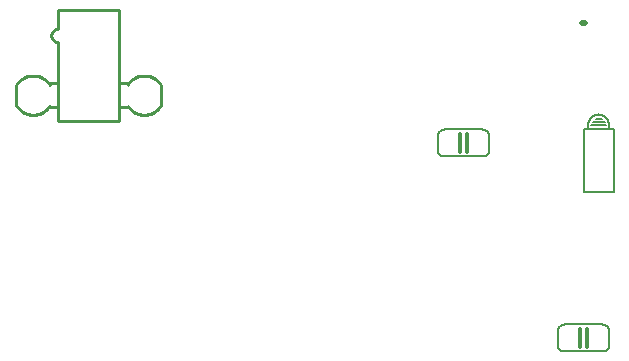
<source format=gto>
G75*
%MOIN*%
%OFA0B0*%
%FSLAX25Y25*%
%IPPOS*%
%LPD*%
%AMOC8*
5,1,8,0,0,1.08239X$1,22.5*
%
%ADD10C,0.00600*%
%ADD11C,0.01200*%
%ADD12C,0.02000*%
%ADD13C,0.01000*%
D10*
X0187800Y0148800D02*
X0187800Y0153800D01*
X0187802Y0153887D01*
X0187808Y0153974D01*
X0187817Y0154061D01*
X0187830Y0154147D01*
X0187847Y0154233D01*
X0187868Y0154318D01*
X0187893Y0154401D01*
X0187921Y0154484D01*
X0187952Y0154565D01*
X0187987Y0154645D01*
X0188026Y0154723D01*
X0188068Y0154800D01*
X0188113Y0154875D01*
X0188162Y0154947D01*
X0188213Y0155018D01*
X0188268Y0155086D01*
X0188325Y0155151D01*
X0188386Y0155214D01*
X0188449Y0155275D01*
X0188514Y0155332D01*
X0188582Y0155387D01*
X0188653Y0155438D01*
X0188725Y0155487D01*
X0188800Y0155532D01*
X0188877Y0155574D01*
X0188955Y0155613D01*
X0189035Y0155648D01*
X0189116Y0155679D01*
X0189199Y0155707D01*
X0189282Y0155732D01*
X0189367Y0155753D01*
X0189453Y0155770D01*
X0189539Y0155783D01*
X0189626Y0155792D01*
X0189713Y0155798D01*
X0189800Y0155800D01*
X0202800Y0155800D01*
X0202887Y0155798D01*
X0202974Y0155792D01*
X0203061Y0155783D01*
X0203147Y0155770D01*
X0203233Y0155753D01*
X0203318Y0155732D01*
X0203401Y0155707D01*
X0203484Y0155679D01*
X0203565Y0155648D01*
X0203645Y0155613D01*
X0203723Y0155574D01*
X0203800Y0155532D01*
X0203875Y0155487D01*
X0203947Y0155438D01*
X0204018Y0155387D01*
X0204086Y0155332D01*
X0204151Y0155275D01*
X0204214Y0155214D01*
X0204275Y0155151D01*
X0204332Y0155086D01*
X0204387Y0155018D01*
X0204438Y0154947D01*
X0204487Y0154875D01*
X0204532Y0154800D01*
X0204574Y0154723D01*
X0204613Y0154645D01*
X0204648Y0154565D01*
X0204679Y0154484D01*
X0204707Y0154401D01*
X0204732Y0154318D01*
X0204753Y0154233D01*
X0204770Y0154147D01*
X0204783Y0154061D01*
X0204792Y0153974D01*
X0204798Y0153887D01*
X0204800Y0153800D01*
X0204800Y0148800D01*
X0204798Y0148713D01*
X0204792Y0148626D01*
X0204783Y0148539D01*
X0204770Y0148453D01*
X0204753Y0148367D01*
X0204732Y0148282D01*
X0204707Y0148199D01*
X0204679Y0148116D01*
X0204648Y0148035D01*
X0204613Y0147955D01*
X0204574Y0147877D01*
X0204532Y0147800D01*
X0204487Y0147725D01*
X0204438Y0147653D01*
X0204387Y0147582D01*
X0204332Y0147514D01*
X0204275Y0147449D01*
X0204214Y0147386D01*
X0204151Y0147325D01*
X0204086Y0147268D01*
X0204018Y0147213D01*
X0203947Y0147162D01*
X0203875Y0147113D01*
X0203800Y0147068D01*
X0203723Y0147026D01*
X0203645Y0146987D01*
X0203565Y0146952D01*
X0203484Y0146921D01*
X0203401Y0146893D01*
X0203318Y0146868D01*
X0203233Y0146847D01*
X0203147Y0146830D01*
X0203061Y0146817D01*
X0202974Y0146808D01*
X0202887Y0146802D01*
X0202800Y0146800D01*
X0189800Y0146800D01*
X0189713Y0146802D01*
X0189626Y0146808D01*
X0189539Y0146817D01*
X0189453Y0146830D01*
X0189367Y0146847D01*
X0189282Y0146868D01*
X0189199Y0146893D01*
X0189116Y0146921D01*
X0189035Y0146952D01*
X0188955Y0146987D01*
X0188877Y0147026D01*
X0188800Y0147068D01*
X0188725Y0147113D01*
X0188653Y0147162D01*
X0188582Y0147213D01*
X0188514Y0147268D01*
X0188449Y0147325D01*
X0188386Y0147386D01*
X0188325Y0147449D01*
X0188268Y0147514D01*
X0188213Y0147582D01*
X0188162Y0147653D01*
X0188113Y0147725D01*
X0188068Y0147800D01*
X0188026Y0147877D01*
X0187987Y0147955D01*
X0187952Y0148035D01*
X0187921Y0148116D01*
X0187893Y0148199D01*
X0187868Y0148282D01*
X0187847Y0148367D01*
X0187830Y0148453D01*
X0187817Y0148539D01*
X0187808Y0148626D01*
X0187802Y0148713D01*
X0187800Y0148800D01*
X0236300Y0155800D02*
X0236300Y0134800D01*
X0246300Y0134800D01*
X0246300Y0155800D01*
X0244800Y0155800D01*
X0237800Y0155800D01*
X0237800Y0157300D01*
X0238800Y0157300D02*
X0243800Y0157300D01*
X0244800Y0157300D02*
X0244800Y0155800D01*
X0243300Y0158300D02*
X0239300Y0158300D01*
X0240300Y0159300D02*
X0242300Y0159300D01*
X0244800Y0157300D02*
X0244798Y0157418D01*
X0244792Y0157536D01*
X0244782Y0157654D01*
X0244768Y0157771D01*
X0244750Y0157888D01*
X0244728Y0158005D01*
X0244703Y0158120D01*
X0244673Y0158234D01*
X0244639Y0158348D01*
X0244602Y0158460D01*
X0244561Y0158571D01*
X0244516Y0158680D01*
X0244468Y0158788D01*
X0244416Y0158894D01*
X0244360Y0158999D01*
X0244301Y0159101D01*
X0244239Y0159201D01*
X0244173Y0159299D01*
X0244104Y0159395D01*
X0244031Y0159489D01*
X0243956Y0159580D01*
X0243877Y0159668D01*
X0243796Y0159754D01*
X0243711Y0159837D01*
X0243624Y0159917D01*
X0243535Y0159994D01*
X0243442Y0160068D01*
X0243348Y0160138D01*
X0243251Y0160206D01*
X0243151Y0160270D01*
X0243050Y0160331D01*
X0242947Y0160388D01*
X0242841Y0160442D01*
X0242734Y0160493D01*
X0242626Y0160539D01*
X0242516Y0160582D01*
X0242404Y0160621D01*
X0242291Y0160657D01*
X0242177Y0160688D01*
X0242062Y0160716D01*
X0241947Y0160740D01*
X0241830Y0160760D01*
X0241713Y0160776D01*
X0241595Y0160788D01*
X0241477Y0160796D01*
X0241359Y0160800D01*
X0241241Y0160800D01*
X0241123Y0160796D01*
X0241005Y0160788D01*
X0240887Y0160776D01*
X0240770Y0160760D01*
X0240653Y0160740D01*
X0240538Y0160716D01*
X0240423Y0160688D01*
X0240309Y0160657D01*
X0240196Y0160621D01*
X0240084Y0160582D01*
X0239974Y0160539D01*
X0239866Y0160493D01*
X0239759Y0160442D01*
X0239653Y0160388D01*
X0239550Y0160331D01*
X0239449Y0160270D01*
X0239349Y0160206D01*
X0239252Y0160138D01*
X0239158Y0160068D01*
X0239065Y0159994D01*
X0238976Y0159917D01*
X0238889Y0159837D01*
X0238804Y0159754D01*
X0238723Y0159668D01*
X0238644Y0159580D01*
X0238569Y0159489D01*
X0238496Y0159395D01*
X0238427Y0159299D01*
X0238361Y0159201D01*
X0238299Y0159101D01*
X0238240Y0158999D01*
X0238184Y0158894D01*
X0238132Y0158788D01*
X0238084Y0158680D01*
X0238039Y0158571D01*
X0237998Y0158460D01*
X0237961Y0158348D01*
X0237927Y0158234D01*
X0237897Y0158120D01*
X0237872Y0158005D01*
X0237850Y0157888D01*
X0237832Y0157771D01*
X0237818Y0157654D01*
X0237808Y0157536D01*
X0237802Y0157418D01*
X0237800Y0157300D01*
X0237800Y0155800D02*
X0236300Y0155800D01*
X0229800Y0090800D02*
X0242800Y0090800D01*
X0242887Y0090798D01*
X0242974Y0090792D01*
X0243061Y0090783D01*
X0243147Y0090770D01*
X0243233Y0090753D01*
X0243318Y0090732D01*
X0243401Y0090707D01*
X0243484Y0090679D01*
X0243565Y0090648D01*
X0243645Y0090613D01*
X0243723Y0090574D01*
X0243800Y0090532D01*
X0243875Y0090487D01*
X0243947Y0090438D01*
X0244018Y0090387D01*
X0244086Y0090332D01*
X0244151Y0090275D01*
X0244214Y0090214D01*
X0244275Y0090151D01*
X0244332Y0090086D01*
X0244387Y0090018D01*
X0244438Y0089947D01*
X0244487Y0089875D01*
X0244532Y0089800D01*
X0244574Y0089723D01*
X0244613Y0089645D01*
X0244648Y0089565D01*
X0244679Y0089484D01*
X0244707Y0089401D01*
X0244732Y0089318D01*
X0244753Y0089233D01*
X0244770Y0089147D01*
X0244783Y0089061D01*
X0244792Y0088974D01*
X0244798Y0088887D01*
X0244800Y0088800D01*
X0244800Y0083800D01*
X0244798Y0083713D01*
X0244792Y0083626D01*
X0244783Y0083539D01*
X0244770Y0083453D01*
X0244753Y0083367D01*
X0244732Y0083282D01*
X0244707Y0083199D01*
X0244679Y0083116D01*
X0244648Y0083035D01*
X0244613Y0082955D01*
X0244574Y0082877D01*
X0244532Y0082800D01*
X0244487Y0082725D01*
X0244438Y0082653D01*
X0244387Y0082582D01*
X0244332Y0082514D01*
X0244275Y0082449D01*
X0244214Y0082386D01*
X0244151Y0082325D01*
X0244086Y0082268D01*
X0244018Y0082213D01*
X0243947Y0082162D01*
X0243875Y0082113D01*
X0243800Y0082068D01*
X0243723Y0082026D01*
X0243645Y0081987D01*
X0243565Y0081952D01*
X0243484Y0081921D01*
X0243401Y0081893D01*
X0243318Y0081868D01*
X0243233Y0081847D01*
X0243147Y0081830D01*
X0243061Y0081817D01*
X0242974Y0081808D01*
X0242887Y0081802D01*
X0242800Y0081800D01*
X0229800Y0081800D01*
X0229713Y0081802D01*
X0229626Y0081808D01*
X0229539Y0081817D01*
X0229453Y0081830D01*
X0229367Y0081847D01*
X0229282Y0081868D01*
X0229199Y0081893D01*
X0229116Y0081921D01*
X0229035Y0081952D01*
X0228955Y0081987D01*
X0228877Y0082026D01*
X0228800Y0082068D01*
X0228725Y0082113D01*
X0228653Y0082162D01*
X0228582Y0082213D01*
X0228514Y0082268D01*
X0228449Y0082325D01*
X0228386Y0082386D01*
X0228325Y0082449D01*
X0228268Y0082514D01*
X0228213Y0082582D01*
X0228162Y0082653D01*
X0228113Y0082725D01*
X0228068Y0082800D01*
X0228026Y0082877D01*
X0227987Y0082955D01*
X0227952Y0083035D01*
X0227921Y0083116D01*
X0227893Y0083199D01*
X0227868Y0083282D01*
X0227847Y0083367D01*
X0227830Y0083453D01*
X0227817Y0083539D01*
X0227808Y0083626D01*
X0227802Y0083713D01*
X0227800Y0083800D01*
X0227800Y0088800D01*
X0227802Y0088887D01*
X0227808Y0088974D01*
X0227817Y0089061D01*
X0227830Y0089147D01*
X0227847Y0089233D01*
X0227868Y0089318D01*
X0227893Y0089401D01*
X0227921Y0089484D01*
X0227952Y0089565D01*
X0227987Y0089645D01*
X0228026Y0089723D01*
X0228068Y0089800D01*
X0228113Y0089875D01*
X0228162Y0089947D01*
X0228213Y0090018D01*
X0228268Y0090086D01*
X0228325Y0090151D01*
X0228386Y0090214D01*
X0228449Y0090275D01*
X0228514Y0090332D01*
X0228582Y0090387D01*
X0228653Y0090438D01*
X0228725Y0090487D01*
X0228800Y0090532D01*
X0228877Y0090574D01*
X0228955Y0090613D01*
X0229035Y0090648D01*
X0229116Y0090679D01*
X0229199Y0090707D01*
X0229282Y0090732D01*
X0229367Y0090753D01*
X0229453Y0090770D01*
X0229539Y0090783D01*
X0229626Y0090792D01*
X0229713Y0090798D01*
X0229800Y0090800D01*
D11*
X0235000Y0089300D02*
X0235000Y0083300D01*
X0237500Y0083300D02*
X0237500Y0089300D01*
X0197500Y0148300D02*
X0197500Y0154300D01*
X0195000Y0154300D02*
X0195000Y0148300D01*
D12*
X0235800Y0191300D02*
X0236800Y0191300D01*
D13*
X0095316Y0170788D02*
X0095316Y0163702D01*
X0095315Y0170788D02*
X0095227Y0170921D01*
X0095136Y0171052D01*
X0095042Y0171181D01*
X0094944Y0171308D01*
X0094844Y0171432D01*
X0094740Y0171553D01*
X0094634Y0171672D01*
X0094524Y0171789D01*
X0094412Y0171903D01*
X0094297Y0172014D01*
X0094180Y0172122D01*
X0094060Y0172227D01*
X0093937Y0172329D01*
X0093812Y0172428D01*
X0093684Y0172524D01*
X0093554Y0172617D01*
X0093422Y0172707D01*
X0093288Y0172794D01*
X0093152Y0172877D01*
X0093013Y0172957D01*
X0092873Y0173034D01*
X0092731Y0173107D01*
X0092588Y0173176D01*
X0092442Y0173242D01*
X0092295Y0173305D01*
X0092147Y0173364D01*
X0091997Y0173419D01*
X0091846Y0173471D01*
X0091693Y0173519D01*
X0091540Y0173563D01*
X0091385Y0173603D01*
X0091230Y0173640D01*
X0091074Y0173673D01*
X0090917Y0173702D01*
X0090759Y0173727D01*
X0090601Y0173748D01*
X0090442Y0173766D01*
X0090283Y0173779D01*
X0090123Y0173789D01*
X0089964Y0173795D01*
X0089804Y0173797D01*
X0089644Y0173795D01*
X0089485Y0173789D01*
X0089325Y0173779D01*
X0089166Y0173766D01*
X0089007Y0173748D01*
X0088849Y0173727D01*
X0088691Y0173702D01*
X0088534Y0173673D01*
X0088378Y0173640D01*
X0088223Y0173603D01*
X0088068Y0173563D01*
X0087915Y0173519D01*
X0087762Y0173471D01*
X0087611Y0173419D01*
X0087461Y0173364D01*
X0087313Y0173305D01*
X0087166Y0173242D01*
X0087020Y0173176D01*
X0086877Y0173107D01*
X0086735Y0173034D01*
X0086595Y0172957D01*
X0086456Y0172877D01*
X0086320Y0172794D01*
X0086186Y0172707D01*
X0086054Y0172617D01*
X0085924Y0172524D01*
X0085796Y0172428D01*
X0085671Y0172329D01*
X0085548Y0172227D01*
X0085428Y0172122D01*
X0085311Y0172014D01*
X0085196Y0171903D01*
X0085084Y0171789D01*
X0084974Y0171672D01*
X0084868Y0171553D01*
X0084764Y0171432D01*
X0084664Y0171308D01*
X0084566Y0171181D01*
X0084472Y0171052D01*
X0084381Y0170921D01*
X0084293Y0170788D01*
X0084686Y0171182D02*
X0081930Y0171182D01*
X0084293Y0163702D02*
X0084381Y0163569D01*
X0084472Y0163438D01*
X0084566Y0163309D01*
X0084664Y0163182D01*
X0084764Y0163058D01*
X0084868Y0162937D01*
X0084974Y0162818D01*
X0085084Y0162701D01*
X0085196Y0162587D01*
X0085311Y0162476D01*
X0085428Y0162368D01*
X0085548Y0162263D01*
X0085671Y0162161D01*
X0085796Y0162062D01*
X0085924Y0161966D01*
X0086054Y0161873D01*
X0086186Y0161783D01*
X0086320Y0161696D01*
X0086456Y0161613D01*
X0086595Y0161533D01*
X0086735Y0161456D01*
X0086877Y0161383D01*
X0087020Y0161314D01*
X0087166Y0161248D01*
X0087313Y0161185D01*
X0087461Y0161126D01*
X0087611Y0161071D01*
X0087762Y0161019D01*
X0087915Y0160971D01*
X0088068Y0160927D01*
X0088223Y0160887D01*
X0088378Y0160850D01*
X0088534Y0160817D01*
X0088691Y0160788D01*
X0088849Y0160763D01*
X0089007Y0160742D01*
X0089166Y0160724D01*
X0089325Y0160711D01*
X0089485Y0160701D01*
X0089644Y0160695D01*
X0089804Y0160693D01*
X0089964Y0160695D01*
X0090123Y0160701D01*
X0090283Y0160711D01*
X0090442Y0160724D01*
X0090601Y0160742D01*
X0090759Y0160763D01*
X0090917Y0160788D01*
X0091074Y0160817D01*
X0091230Y0160850D01*
X0091385Y0160887D01*
X0091540Y0160927D01*
X0091693Y0160971D01*
X0091846Y0161019D01*
X0091997Y0161071D01*
X0092147Y0161126D01*
X0092295Y0161185D01*
X0092442Y0161248D01*
X0092588Y0161314D01*
X0092731Y0161383D01*
X0092873Y0161456D01*
X0093013Y0161533D01*
X0093152Y0161613D01*
X0093288Y0161696D01*
X0093422Y0161783D01*
X0093554Y0161873D01*
X0093684Y0161966D01*
X0093812Y0162062D01*
X0093937Y0162161D01*
X0094060Y0162263D01*
X0094180Y0162368D01*
X0094297Y0162476D01*
X0094412Y0162587D01*
X0094524Y0162701D01*
X0094634Y0162818D01*
X0094740Y0162937D01*
X0094844Y0163058D01*
X0094944Y0163182D01*
X0095042Y0163309D01*
X0095136Y0163438D01*
X0095227Y0163569D01*
X0095315Y0163702D01*
X0084686Y0163308D02*
X0081930Y0163308D01*
X0081536Y0158583D02*
X0081536Y0195591D01*
X0061064Y0195591D01*
X0061064Y0189292D01*
X0060972Y0189290D01*
X0060880Y0189284D01*
X0060789Y0189274D01*
X0060698Y0189261D01*
X0060608Y0189243D01*
X0060518Y0189222D01*
X0060430Y0189197D01*
X0060343Y0189168D01*
X0060257Y0189136D01*
X0060172Y0189100D01*
X0060089Y0189060D01*
X0060008Y0189017D01*
X0059929Y0188971D01*
X0059852Y0188921D01*
X0059777Y0188868D01*
X0059704Y0188811D01*
X0059634Y0188752D01*
X0059566Y0188690D01*
X0059501Y0188625D01*
X0059439Y0188557D01*
X0059380Y0188487D01*
X0059323Y0188414D01*
X0059270Y0188339D01*
X0059220Y0188262D01*
X0059174Y0188183D01*
X0059131Y0188102D01*
X0059091Y0188019D01*
X0059055Y0187934D01*
X0059023Y0187848D01*
X0058994Y0187761D01*
X0058969Y0187673D01*
X0058948Y0187583D01*
X0058930Y0187493D01*
X0058917Y0187402D01*
X0058907Y0187311D01*
X0058901Y0187219D01*
X0058899Y0187127D01*
X0058901Y0187035D01*
X0058907Y0186943D01*
X0058917Y0186852D01*
X0058930Y0186761D01*
X0058948Y0186671D01*
X0058969Y0186581D01*
X0058994Y0186493D01*
X0059023Y0186406D01*
X0059055Y0186320D01*
X0059091Y0186235D01*
X0059131Y0186152D01*
X0059174Y0186071D01*
X0059220Y0185992D01*
X0059270Y0185915D01*
X0059323Y0185840D01*
X0059380Y0185767D01*
X0059439Y0185697D01*
X0059501Y0185629D01*
X0059566Y0185564D01*
X0059634Y0185502D01*
X0059704Y0185443D01*
X0059777Y0185386D01*
X0059852Y0185333D01*
X0059929Y0185283D01*
X0060008Y0185237D01*
X0060089Y0185194D01*
X0060172Y0185154D01*
X0060257Y0185118D01*
X0060343Y0185086D01*
X0060430Y0185057D01*
X0060518Y0185032D01*
X0060608Y0185011D01*
X0060698Y0184993D01*
X0060789Y0184980D01*
X0060880Y0184970D01*
X0060972Y0184964D01*
X0061064Y0184962D01*
X0061064Y0184961D02*
X0061064Y0158583D01*
X0081536Y0158583D01*
X0060670Y0163308D02*
X0057914Y0163308D01*
X0058307Y0163702D02*
X0058219Y0163569D01*
X0058128Y0163438D01*
X0058034Y0163309D01*
X0057936Y0163182D01*
X0057836Y0163058D01*
X0057732Y0162937D01*
X0057626Y0162818D01*
X0057516Y0162701D01*
X0057404Y0162587D01*
X0057289Y0162476D01*
X0057172Y0162368D01*
X0057052Y0162263D01*
X0056929Y0162161D01*
X0056804Y0162062D01*
X0056676Y0161966D01*
X0056546Y0161873D01*
X0056414Y0161783D01*
X0056280Y0161696D01*
X0056144Y0161613D01*
X0056005Y0161533D01*
X0055865Y0161456D01*
X0055723Y0161383D01*
X0055580Y0161314D01*
X0055434Y0161248D01*
X0055287Y0161185D01*
X0055139Y0161126D01*
X0054989Y0161071D01*
X0054838Y0161019D01*
X0054685Y0160971D01*
X0054532Y0160927D01*
X0054377Y0160887D01*
X0054222Y0160850D01*
X0054066Y0160817D01*
X0053909Y0160788D01*
X0053751Y0160763D01*
X0053593Y0160742D01*
X0053434Y0160724D01*
X0053275Y0160711D01*
X0053115Y0160701D01*
X0052956Y0160695D01*
X0052796Y0160693D01*
X0052636Y0160695D01*
X0052477Y0160701D01*
X0052317Y0160711D01*
X0052158Y0160724D01*
X0051999Y0160742D01*
X0051841Y0160763D01*
X0051683Y0160788D01*
X0051526Y0160817D01*
X0051370Y0160850D01*
X0051215Y0160887D01*
X0051060Y0160927D01*
X0050907Y0160971D01*
X0050754Y0161019D01*
X0050603Y0161071D01*
X0050453Y0161126D01*
X0050305Y0161185D01*
X0050158Y0161248D01*
X0050012Y0161314D01*
X0049869Y0161383D01*
X0049727Y0161456D01*
X0049587Y0161533D01*
X0049448Y0161613D01*
X0049312Y0161696D01*
X0049178Y0161783D01*
X0049046Y0161873D01*
X0048916Y0161966D01*
X0048788Y0162062D01*
X0048663Y0162161D01*
X0048540Y0162263D01*
X0048420Y0162368D01*
X0048303Y0162476D01*
X0048188Y0162587D01*
X0048076Y0162701D01*
X0047966Y0162818D01*
X0047860Y0162937D01*
X0047756Y0163058D01*
X0047656Y0163182D01*
X0047558Y0163309D01*
X0047464Y0163438D01*
X0047373Y0163569D01*
X0047285Y0163702D01*
X0047284Y0163702D02*
X0047284Y0170788D01*
X0047285Y0170788D02*
X0047373Y0170921D01*
X0047464Y0171052D01*
X0047558Y0171181D01*
X0047656Y0171308D01*
X0047756Y0171432D01*
X0047860Y0171553D01*
X0047966Y0171672D01*
X0048076Y0171789D01*
X0048188Y0171903D01*
X0048303Y0172014D01*
X0048420Y0172122D01*
X0048540Y0172227D01*
X0048663Y0172329D01*
X0048788Y0172428D01*
X0048916Y0172524D01*
X0049046Y0172617D01*
X0049178Y0172707D01*
X0049312Y0172794D01*
X0049448Y0172877D01*
X0049587Y0172957D01*
X0049727Y0173034D01*
X0049869Y0173107D01*
X0050012Y0173176D01*
X0050158Y0173242D01*
X0050305Y0173305D01*
X0050453Y0173364D01*
X0050603Y0173419D01*
X0050754Y0173471D01*
X0050907Y0173519D01*
X0051060Y0173563D01*
X0051215Y0173603D01*
X0051370Y0173640D01*
X0051526Y0173673D01*
X0051683Y0173702D01*
X0051841Y0173727D01*
X0051999Y0173748D01*
X0052158Y0173766D01*
X0052317Y0173779D01*
X0052477Y0173789D01*
X0052636Y0173795D01*
X0052796Y0173797D01*
X0052956Y0173795D01*
X0053115Y0173789D01*
X0053275Y0173779D01*
X0053434Y0173766D01*
X0053593Y0173748D01*
X0053751Y0173727D01*
X0053909Y0173702D01*
X0054066Y0173673D01*
X0054222Y0173640D01*
X0054377Y0173603D01*
X0054532Y0173563D01*
X0054685Y0173519D01*
X0054838Y0173471D01*
X0054989Y0173419D01*
X0055139Y0173364D01*
X0055287Y0173305D01*
X0055434Y0173242D01*
X0055580Y0173176D01*
X0055723Y0173107D01*
X0055865Y0173034D01*
X0056005Y0172957D01*
X0056144Y0172877D01*
X0056280Y0172794D01*
X0056414Y0172707D01*
X0056546Y0172617D01*
X0056676Y0172524D01*
X0056804Y0172428D01*
X0056929Y0172329D01*
X0057052Y0172227D01*
X0057172Y0172122D01*
X0057289Y0172014D01*
X0057404Y0171903D01*
X0057516Y0171789D01*
X0057626Y0171672D01*
X0057732Y0171553D01*
X0057836Y0171432D01*
X0057936Y0171308D01*
X0058034Y0171181D01*
X0058128Y0171052D01*
X0058219Y0170921D01*
X0058307Y0170788D01*
X0057914Y0171182D02*
X0060670Y0171182D01*
M02*

</source>
